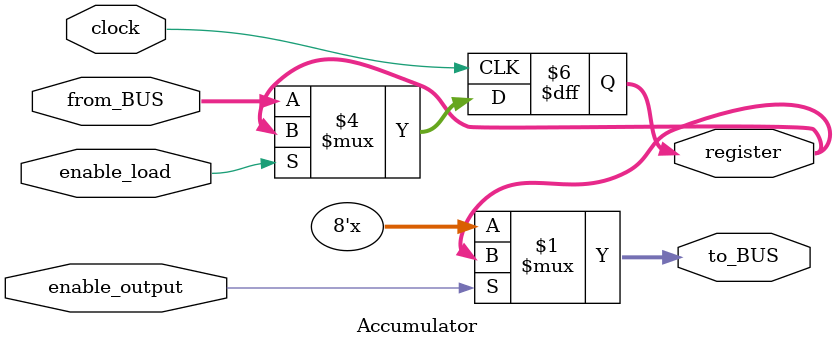
<source format=v>

/*
Accumulator loads 8 bits from bus using the input_from_BUS bits when enable_load == LOW

Accumulator outputs 8 bits to bus using the output_to_BUS bits when enable_output == HIGH

Accumulator data always available on output_to_ALU 8 bits 
*/

module Accumulator(from_BUS, to_BUS, register, enable_load, enable_output, clock);
  
  input enable_load, enable_output, clock;
  input [7:0] from_BUS;
  
  output reg[7:0] register;
  output tri[7:0] to_BUS;
  
  assign to_BUS = enable_output ? register : 8'bZZZZZZZZ;

  always @(posedge clock) begin
    
    if (enable_load == 1'b0)
      register <= from_BUS;
  end
    
endmodule

</source>
